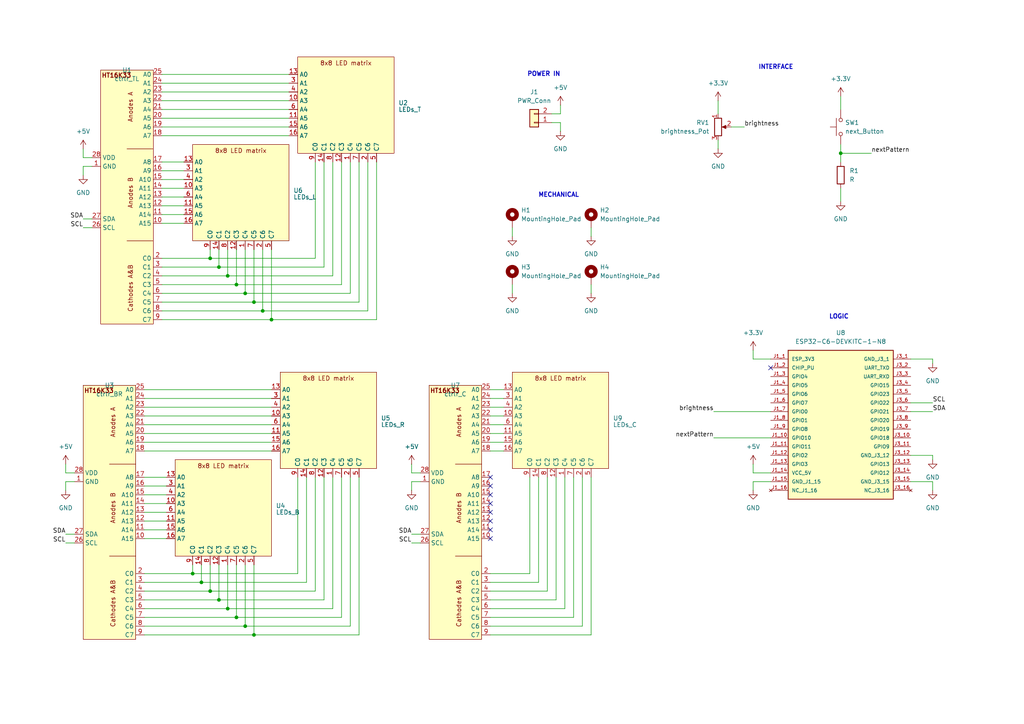
<source format=kicad_sch>
(kicad_sch (version 20250114) (generator "eeschema") (generator_version "9.0")
  (paper "A4")
  (title_block (title "Pharmacy Cross"))
  (lib_symbols
    (symbol "Connector_Generic:Conn_01x02" (pin_names (offset 1.016) (hide yes))
      (property "Reference" "J" (at 0 2.54 0))
      (property "Value" "Conn_01x02" (at 0 -5.08 0))
      (symbol "Conn_01x02_1_1"
        (rectangle (start -1.27 1.27) (end 1.27 -3.81) (stroke (width 0.254)) (fill (type background)))
        (rectangle (start -1.27 0.127) (end 0 -0.127) (stroke (width 0.1524)))
        (rectangle (start -1.27 -2.413) (end 0 -2.667) (stroke (width 0.1524)))
        (pin passive line (at -5.08 0 0) (length 3.81) (name "Pin_1") (number "1"))
        (pin passive line (at -5.08 -2.54 0) (length 3.81) (name "Pin_2") (number "2"))
      )
    )
    (symbol "Device:R" (pin_numbers (hide yes)) (pin_names (offset 0))
      (property "Reference" "R" (at 2.032 0 90))
      (property "Value" "R" (at 0 0 90))
      (symbol "R_0_1"
        (rectangle (start -1.016 -2.54) (end 1.016 2.54) (stroke (width 0.254)))
      )
      (symbol "R_1_1"
        (pin passive line (at 0 3.81 270) (length 1.27) (name "~") (number "1"))
        (pin passive line (at 0 -3.81 90) (length 1.27) (name "~") (number "2"))
      )
    )
    (symbol "Device:R_Potentiometer" (pin_names (offset 1.016) (hide yes))
      (property "Reference" "RV" (at -4.445 0 90))
      (property "Value" "R_Potentiometer" (at -2.54 0 90))
      (symbol "R_Potentiometer_0_1"
        (rectangle (start 1.016 2.54) (end -1.016 -2.54) (stroke (width 0.254)))
        (polyline (pts (xy 1.143 0) (xy 2.286 0.508) (xy 2.286 -0.508) (xy 1.143 0)) (fill (type outline)))
        (polyline (pts (xy 2.54 0) (xy 1.524 0)))
      )
      (symbol "R_Potentiometer_1_1"
        (pin passive line (at 0 3.81 270) (length 1.27) (name "1") (number "1"))
        (pin passive line (at 0 -3.81 90) (length 1.27) (name "3") (number "3"))
        (pin passive line (at 3.81 0 180) (length 1.27) (name "2") (number "2"))
      )
    )
    (symbol "ESP32-C6-DEVKITC-1-N8:ESP32-C6-DEVKITC-1-N8" (pin_names (offset 1.016))
      (property "Reference" "U" (at -15.24 23.622 0))
      (property "Value" "ESP32-C6-DEVKITC-1-N8" (at -15.24 -22.86 0))
      (symbol "ESP32-C6-DEVKITC-1-N8_0_0"
        (rectangle (start -15.24 -20.32) (end 15.24 22.86) (stroke (width 0.254)) (fill (type background)))
        (pin power_in line (at -20.32 20.32 0) (length 5.08) (name "ESP_3V3") (number "J1_1"))
        (pin input line (at -20.32 17.78 0) (length 5.08) (name "CHIP_PU") (number "J1_2"))
        (pin bidirectional line (at -20.32 15.24 0) (length 5.08) (name "GPIO4") (number "J1_3"))
        (pin bidirectional line (at -20.32 12.7 0) (length 5.08) (name "GPIO5") (number "J1_4"))
        (pin bidirectional line (at -20.32 10.16 0) (length 5.08) (name "GPIO6") (number "J1_5"))
        (pin bidirectional line (at -20.32 7.62 0) (length 5.08) (name "GPIO7") (number "J1_6"))
        (pin bidirectional line (at -20.32 5.08 0) (length 5.08) (name "GPIO0") (number "J1_7"))
        (pin bidirectional line (at -20.32 2.54 0) (length 5.08) (name "GPIO1") (number "J1_8"))
        (pin bidirectional line (at -20.32 0 0) (length 5.08) (name "GPIO8") (number "J1_9"))
        (pin bidirectional line (at -20.32 -2.54 0) (length 5.08) (name "GPIO10") (number "J1_10"))
        (pin bidirectional line (at -20.32 -5.08 0) (length 5.08) (name "GPIO11") (number "J1_11"))
        (pin bidirectional line (at -20.32 -7.62 0) (length 5.08) (name "GPIO2") (number "J1_12"))
        (pin bidirectional line (at -20.32 -10.16 0) (length 5.08) (name "GPIO3") (number "J1_13"))
        (pin power_in line (at -20.32 -12.7 0) (length 5.08) (name "VCC_5V") (number "J1_14"))
        (pin power_in line (at -20.32 -15.24 0) (length 5.08) (name "GND_J1_15") (number "J1_15"))
        (pin no_connect line (at -20.32 -17.78 0) (length 5.08) (name "NC_J1_16") (number "J1_16"))
        (pin power_in line (at 20.32 20.32 180) (length 5.08) (name "GND_J3_1") (number "J3_1"))
        (pin bidirectional line (at 20.32 17.78 180) (length 5.08) (name "UART_TXD") (number "J3_2"))
        (pin bidirectional line (at 20.32 15.24 180) (length 5.08) (name "UART_RXD") (number "J3_3"))
        (pin bidirectional line (at 20.32 12.7 180) (length 5.08) (name "GPIO15") (number "J3_4"))
        (pin bidirectional line (at 20.32 10.16 180) (length 5.08) (name "GPIO23") (number "J3_5"))
        (pin bidirectional line (at 20.32 7.62 180) (length 5.08) (name "GPIO22") (number "J3_6"))
        (pin bidirectional line (at 20.32 5.08 180) (length 5.08) (name "GPIO21") (number "J3_7"))
        (pin bidirectional line (at 20.32 2.54 180) (length 5.08) (name "GPIO20") (number "J3_8"))
        (pin bidirectional line (at 20.32 0 180) (length 5.08) (name "GPIO19") (number "J3_9"))
        (pin bidirectional line (at 20.32 -2.54 180) (length 5.08) (name "GPIO18") (number "J3_10"))
        (pin bidirectional line (at 20.32 -5.08 180) (length 5.08) (name "GPIO9") (number "J3_11"))
        (pin power_in line (at 20.32 -7.62 180) (length 5.08) (name "GND_J3_12") (number "J3_12"))
        (pin bidirectional line (at 20.32 -10.16 180) (length 5.08) (name "GPIO13") (number "J3_13"))
        (pin bidirectional line (at 20.32 -12.7 180) (length 5.08) (name "GPIO12") (number "J3_14"))
        (pin power_in line (at 20.32 -15.24 180) (length 5.08) (name "GND_J3_15") (number "J3_15"))
        (pin no_connect line (at 20.32 -17.78 180) (length 5.08) (name "NC_J3_16") (number "J3_16"))
      )
    )
    (symbol "HT16K33_1"
      (property "Reference" "U" (at 0 41.402 0))
      (symbol "HT16K33_1_0_1"
        (rectangle (start -7.62 36.83) (end 7.62 -36.83) (fill (type background)))
        (polyline (pts (xy 7.62 13.97) (xy 0 13.97)))
        (polyline (pts (xy 7.62 -12.7) (xy 0 -12.7)))
      )
      (symbol "HT16K33_1_1_1"
        (text "HT16K33" (at -3.048 35.306 0) (effects (font (size 1.27 1.27) (thickness 0.254) (bold yes))))
        (text "Anodes A" (at 1.016 26.162 900) (effects (font (size 1.27 1.27))))
        (text "Anodes B" (at 1.016 1.27 900) (effects (font (size 1.27 1.27))))
        (text "Cathodes A&B" (at 1.016 -26.416 900) (effects (font (size 1.27 1.27))))
        (pin input line (at -10.16 11.43 0) (length 2.54) (name "VDD") (number "28"))
        (pin input line (at -10.16 8.89 0) (length 2.54) (name "GND") (number "1"))
        (pin input line (at -10.16 -6.35 0) (length 2.54) (name "SDA") (number "27"))
        (pin input line (at -10.16 -8.89 0) (length 2.54) (name "SCL") (number "26"))
        (pin output line (at 10.16 35.56 180) (length 2.54) (name "A0") (number "25"))
        (pin output line (at 10.16 33.02 180) (length 2.54) (name "A1") (number "24"))
        (pin output line (at 10.16 30.48 180) (length 2.54) (name "A2") (number "23"))
        (pin output line (at 10.16 27.94 180) (length 2.54) (name "A3") (number "22"))
        (pin output line (at 10.16 25.4 180) (length 2.54) (name "A4") (number "21"))
        (pin output line (at 10.16 22.86 180) (length 2.54) (name "A5") (number "20"))
        (pin output line (at 10.16 20.32 180) (length 2.54) (name "A6") (number "19"))
        (pin output line (at 10.16 17.78 180) (length 2.54) (name "A7") (number "18"))
        (pin output line (at 10.16 10.16 180) (length 2.54) (name "A8") (number "17"))
        (pin output line (at 10.16 7.62 180) (length 2.54) (name "A9") (number "16"))
        (pin output line (at 10.16 5.08 180) (length 2.54) (name "A10") (number "15"))
        (pin output line (at 10.16 2.54 180) (length 2.54) (name "A11") (number "14"))
        (pin output line (at 10.16 0 180) (length 2.54) (name "A12") (number "13"))
        (pin output line (at 10.16 -2.54 180) (length 2.54) (name "A13") (number "12"))
        (pin output line (at 10.16 -5.08 180) (length 2.54) (name "A14") (number "11"))
        (pin output line (at 10.16 -7.62 180) (length 2.54) (name "A15") (number "10"))
        (pin output line (at 10.16 -17.78 180) (length 2.54) (name "C0") (number "2"))
        (pin output line (at 10.16 -20.32 180) (length 2.54) (name "C1") (number "3"))
        (pin output line (at 10.16 -22.86 180) (length 2.54) (name "C2") (number "4"))
        (pin output line (at 10.16 -25.4 180) (length 2.54) (name "C3") (number "5"))
        (pin output line (at 10.16 -27.94 180) (length 2.54) (name "C4") (number "6"))
        (pin output line (at 10.16 -30.48 180) (length 2.54) (name "C5") (number "7"))
        (pin output line (at 10.16 -33.02 180) (length 2.54) (name "C6") (number "8"))
        (pin output line (at 10.16 -35.56 180) (length 2.54) (name "C7") (number "9"))
      )
    )
    (symbol "Mechanical:MountingHole_Pad" (pin_numbers (hide yes)) (pin_names (offset 1.016) (hide yes)) (in_bom no)
      (property "Reference" "H" (at 0 6.35 0))
      (property "Value" "MountingHole_Pad" (at 0 4.445 0))
      (symbol "MountingHole_Pad_0_1"
        (circle (center 0 1.27) (radius 1.27) (stroke (width 1.27)))
      )
      (symbol "MountingHole_Pad_1_1"
        (pin input line (at 0 -2.54 90) (length 2.54) (name "1") (number "1"))
      )
    )
    (symbol "Switch:SW_Push" (pin_numbers (hide yes)) (pin_names (offset 1.016) (hide yes))
      (property "Reference" "SW" (at 1.27 2.54 0))
      (property "Value" "SW_Push" (at 0 -1.524 0))
      (symbol "SW_Push_0_1"
        (circle (center -2.032 0) (radius 0.508))
        (polyline (pts (xy 0 1.27) (xy 0 3.048)))
        (circle (center 2.032 0) (radius 0.508))
        (polyline (pts (xy 2.54 1.27) (xy -2.54 1.27)))
        (pin passive line (at -5.08 0 0) (length 2.54) (name "1") (number "1"))
        (pin passive line (at 5.08 0 180) (length 2.54) (name "2") (number "2"))
      )
    )
    (symbol "parts_library:HT16K33"
      (property "Reference" "U" (at -4.064 32.512 0))
      (symbol "HT16K33_0_1"
        (rectangle (start -7.62 36.83) (end 7.62 -36.83) (fill (type background)))
        (polyline (pts (xy 7.62 13.97) (xy 0 13.97)))
        (polyline (pts (xy 7.62 -12.7) (xy 0 -12.7)))
      )
      (symbol "HT16K33_1_1"
        (text "HT16K33" (at -3.048 35.306 0) (effects (font (size 1.27 1.27) (thickness 0.254) (bold yes))))
        (text "Anodes A" (at 1.016 26.162 900) (effects (font (size 1.27 1.27))))
        (text "Anodes B" (at 1.016 1.27 900) (effects (font (size 1.27 1.27))))
        (text "Cathodes A&B" (at 1.016 -26.416 900) (effects (font (size 1.27 1.27))))
        (pin input line (at -10.16 11.43 0) (length 2.54) (name "VDD") (number "28"))
        (pin input line (at -10.16 8.89 0) (length 2.54) (name "GND") (number "1"))
        (pin input line (at -10.16 -6.35 0) (length 2.54) (name "SDA") (number "27"))
        (pin input line (at -10.16 -8.89 0) (length 2.54) (name "SCL") (number "26"))
        (pin output line (at 10.16 35.56 180) (length 2.54) (name "A0") (number "25"))
        (pin output line (at 10.16 33.02 180) (length 2.54) (name "A1") (number "24"))
        (pin output line (at 10.16 30.48 180) (length 2.54) (name "A2") (number "23"))
        (pin output line (at 10.16 27.94 180) (length 2.54) (name "A3") (number "22"))
        (pin output line (at 10.16 25.4 180) (length 2.54) (name "A4") (number "21"))
        (pin output line (at 10.16 22.86 180) (length 2.54) (name "A5") (number "20"))
        (pin output line (at 10.16 20.32 180) (length 2.54) (name "A6") (number "19"))
        (pin output line (at 10.16 17.78 180) (length 2.54) (name "A7") (number "18"))
        (pin output line (at 10.16 10.16 180) (length 2.54) (name "A8") (number "17"))
        (pin output line (at 10.16 7.62 180) (length 2.54) (name "A9") (number "16"))
        (pin output line (at 10.16 5.08 180) (length 2.54) (name "A10") (number "15"))
        (pin output line (at 10.16 2.54 180) (length 2.54) (name "A11") (number "14"))
        (pin output line (at 10.16 0 180) (length 2.54) (name "A12") (number "13"))
        (pin output line (at 10.16 -2.54 180) (length 2.54) (name "A13") (number "12"))
        (pin output line (at 10.16 -5.08 180) (length 2.54) (name "A14") (number "11"))
        (pin output line (at 10.16 -7.62 180) (length 2.54) (name "A15") (number "10"))
        (pin output line (at 10.16 -17.78 180) (length 2.54) (name "C0") (number "2"))
        (pin output line (at 10.16 -20.32 180) (length 2.54) (name "C1") (number "3"))
        (pin output line (at 10.16 -22.86 180) (length 2.54) (name "C2") (number "4"))
        (pin output line (at 10.16 -25.4 180) (length 2.54) (name "C3") (number "5"))
        (pin output line (at 10.16 -27.94 180) (length 2.54) (name "C4") (number "6"))
        (pin output line (at 10.16 -30.48 180) (length 2.54) (name "C5") (number "7"))
        (pin output line (at 10.16 -33.02 180) (length 2.54) (name "C6") (number "8"))
        (pin output line (at 10.16 -35.56 180) (length 2.54) (name "C7") (number "9"))
      )
    )
    (symbol "parts_library:KWM-30881APGB"
      (property "Reference" "U" (at 0 0 0))
      (symbol "KWM-30881APGB_0_1"
        (rectangle (start -13.97 13.97) (end 13.97 -13.97) (fill (type background)))
      )
      (symbol "KWM-30881APGB_1_1"
        (text "8x8 LED matrix" (at 0 12.192 0) (effects (font (size 1.27 1.27))))
        (pin input line (at -16.51 8.89 0) (length 2.54) (name "A0") (number "13"))
        (pin input line (at -16.51 6.35 0) (length 2.54) (name "A1") (number "3"))
        (pin input line (at -16.51 3.81 0) (length 2.54) (name "A2") (number "4"))
        (pin input line (at -16.51 1.27 0) (length 2.54) (name "A3") (number "10"))
        (pin input line (at -16.51 -1.27 0) (length 2.54) (name "A4") (number "6"))
        (pin input line (at -16.51 -3.81 0) (length 2.54) (name "A5") (number "11"))
        (pin input line (at -16.51 -6.35 0) (length 2.54) (name "A6") (number "15"))
        (pin input line (at -16.51 -8.89 0) (length 2.54) (name "A7") (number "16"))
        (pin input line (at -8.89 -16.51 90) (length 2.54) (name "C0") (number "9"))
        (pin input line (at -6.35 -16.51 90) (length 2.54) (name "C1") (number "14"))
        (pin input line (at -3.81 -16.51 90) (length 2.54) (name "C2") (number "8"))
        (pin input line (at -1.27 -16.51 90) (length 2.54) (name "C3") (number "12"))
        (pin input line (at 1.27 -16.51 90) (length 2.54) (name "C4") (number "1"))
        (pin input line (at 3.81 -16.51 90) (length 2.54) (name "C5") (number "7"))
        (pin input line (at 6.35 -16.51 90) (length 2.54) (name "C6") (number "2"))
        (pin input line (at 8.89 -16.51 90) (length 2.54) (name "C7") (number "5"))
      )
    )
    (symbol "power:+3.3V" (power) (pin_numbers (hide yes)) (pin_names (offset 0) (hide yes))
      (property "Value" "+3.3V" (at 0 3.556 0))
      (symbol "+3.3V_0_1"
        (polyline (pts (xy -0.762 1.27) (xy 0 2.54)))
        (polyline (pts (xy 0 2.54) (xy 0.762 1.27)))
        (polyline (pts (xy 0 0) (xy 0 2.54)))
      )
      (symbol "+3.3V_1_1"
        (pin power_in line (at 0 0 90) (length 0) (name "~") (number "1"))
      )
    )
    (symbol "power:+5V" (power) (pin_numbers (hide yes)) (pin_names (offset 0) (hide yes))
      (property "Value" "+5V" (at 0 3.556 0))
      (symbol "+5V_0_1"
        (polyline (pts (xy -0.762 1.27) (xy 0 2.54)))
        (polyline (pts (xy 0 2.54) (xy 0.762 1.27)))
        (polyline (pts (xy 0 0) (xy 0 2.54)))
      )
      (symbol "+5V_1_1"
        (pin power_in line (at 0 0 90) (length 0) (name "~") (number "1"))
      )
    )
    (symbol "power:GND" (power) (pin_numbers (hide yes)) (pin_names (offset 0) (hide yes))
      (property "Value" "GND" (at 0 -3.81 0))
      (symbol "GND_0_1"
        (polyline (pts (xy 0 0) (xy 0 -1.27) (xy 1.27 -1.27) (xy 0 -2.54) (xy -1.27 -1.27) (xy 0 -1.27)))
      )
      (symbol "GND_1_1"
        (pin power_in line (at 0 0 270) (length 0) (name "~") (number "1"))
      )
    )
  )
  (text "LOGIC" (at 243.332 91.948 0) (effects (font (size 1.27 1.27) (thickness 0.254) (bold yes))))
  (text "POWER IN" (at 157.734 21.59 0) (effects (font (size 1.27 1.27) (thickness 0.254) (bold yes))))
  (text "INTERFACE" (at 225.044 19.558 0) (effects (font (size 1.27 1.27) (thickness 0.254) (bold yes))))
  (text "MECHANICAL" (at 162.052 56.642 0) (effects (font (size 1.27 1.27) (thickness 0.254) (bold yes))))
  (junction (at 73.66 184.15))
  (junction (at 68.58 82.55))
  (junction (at 73.66 87.63))
  (junction (at 60.96 74.93))
  (junction (at 71.12 85.09))
  (junction (at 71.12 181.61))
  (junction (at 63.5 77.47))
  (junction (at 243.84 44.45))
  (junction (at 76.2 90.17))
  (junction (at 66.04 176.53))
  (junction (at 68.58 179.07))
  (junction (at 66.04 80.01))
  (junction (at 78.74 92.71))
  (junction (at 63.5 173.99))
  (junction (at 60.96 171.45))
  (junction (at 55.88 166.37))
  (junction (at 58.42 168.91))
  (no_connect (at 142.24 140.97))
  (no_connect (at 223.52 106.68))
  (no_connect (at 142.24 153.67))
  (no_connect (at 142.24 156.21))
  (no_connect (at 142.24 143.51))
  (no_connect (at 142.24 151.13))
  (no_connect (at 142.24 146.05))
  (no_connect (at 142.24 148.59))
  (no_connect (at 142.24 138.43))
  (wire (pts (xy 119.38 154.94) (xy 121.92 154.94)))
  (wire (pts (xy 146.05 123.19) (xy 142.24 123.19)))
  (wire (pts (xy 48.26 138.43) (xy 41.91 138.43)))
  (wire (pts (xy 73.66 87.63) (xy 73.66 72.39)))
  (wire (pts (xy 53.34 64.77) (xy 46.99 64.77)))
  (wire (pts (xy 53.34 52.07) (xy 46.99 52.07)))
  (wire (pts (xy 46.99 87.63) (xy 73.66 87.63)))
  (wire (pts (xy 104.14 184.15) (xy 73.66 184.15)))
  (wire (pts (xy 41.91 171.45) (xy 60.96 171.45)))
  (wire (pts (xy 270.51 142.24) (xy 270.51 139.7)))
  (wire (pts (xy 99.06 82.55) (xy 68.58 82.55)))
  (wire (pts (xy 24.13 48.26) (xy 26.67 48.26)))
  (wire (pts (xy 41.91 168.91) (xy 58.42 168.91)))
  (wire (pts (xy 93.98 77.47) (xy 63.5 77.47)))
  (wire (pts (xy 171.45 138.43) (xy 171.45 184.15)))
  (wire (pts (xy 106.68 90.17) (xy 76.2 90.17)))
  (wire (pts (xy 119.38 137.16) (xy 121.92 137.16)))
  (wire (pts (xy 53.34 49.53) (xy 46.99 49.53)))
  (wire (pts (xy 119.38 157.48) (xy 121.92 157.48)))
  (wire (pts (xy 218.44 139.7) (xy 223.52 139.7)))
  (wire (pts (xy 156.21 138.43) (xy 156.21 168.91)))
  (wire (pts (xy 142.24 171.45) (xy 158.75 171.45)))
  (wire (pts (xy 96.52 138.43) (xy 96.52 176.53)))
  (wire (pts (xy 93.98 138.43) (xy 93.98 173.99)))
  (wire (pts (xy 109.22 46.99) (xy 109.22 92.71)))
  (wire (pts (xy 148.59 85.09) (xy 148.59 82.55)))
  (wire (pts (xy 146.05 120.65) (xy 142.24 120.65)))
  (wire (pts (xy 83.82 34.29) (xy 46.99 34.29)))
  (wire (pts (xy 243.84 44.45) (xy 252.73 44.45)))
  (wire (pts (xy 78.74 115.57) (xy 41.91 115.57)))
  (wire (pts (xy 63.5 173.99) (xy 63.5 163.83)))
  (wire (pts (xy 78.74 118.11) (xy 41.91 118.11)))
  (wire (pts (xy 162.56 30.48) (xy 162.56 33.02)))
  (wire (pts (xy 78.74 123.19) (xy 41.91 123.19)))
  (wire (pts (xy 142.24 176.53) (xy 163.83 176.53)))
  (wire (pts (xy 41.91 184.15) (xy 73.66 184.15)))
  (wire (pts (xy 58.42 168.91) (xy 58.42 163.83)))
  (wire (pts (xy 71.12 181.61) (xy 71.12 163.83)))
  (wire (pts (xy 41.91 166.37) (xy 55.88 166.37)))
  (wire (pts (xy 48.26 151.13) (xy 41.91 151.13)))
  (wire (pts (xy 161.29 138.43) (xy 161.29 173.99)))
  (wire (pts (xy 83.82 36.83) (xy 46.99 36.83)))
  (wire (pts (xy 93.98 46.99) (xy 93.98 77.47)))
  (wire (pts (xy 270.51 132.08) (xy 270.51 133.35)))
  (wire (pts (xy 166.37 138.43) (xy 166.37 179.07)))
  (wire (pts (xy 46.99 80.01) (xy 66.04 80.01)))
  (wire (pts (xy 101.6 46.99) (xy 101.6 85.09)))
  (wire (pts (xy 146.05 130.81) (xy 142.24 130.81)))
  (wire (pts (xy 24.13 45.72) (xy 26.67 45.72)))
  (wire (pts (xy 83.82 24.13) (xy 46.99 24.13)))
  (wire (pts (xy 146.05 118.11) (xy 142.24 118.11)))
  (wire (pts (xy 91.44 171.45) (xy 60.96 171.45)))
  (wire (pts (xy 78.74 125.73) (xy 41.91 125.73)))
  (wire (pts (xy 146.05 115.57) (xy 142.24 115.57)))
  (wire (pts (xy 86.36 166.37) (xy 55.88 166.37)))
  (wire (pts (xy 146.05 128.27) (xy 142.24 128.27)))
  (wire (pts (xy 223.52 137.16) (xy 218.44 137.16)))
  (wire (pts (xy 19.05 137.16) (xy 21.59 137.16)))
  (wire (pts (xy 46.99 74.93) (xy 60.96 74.93)))
  (wire (pts (xy 66.04 80.01) (xy 66.04 72.39)))
  (wire (pts (xy 53.34 54.61) (xy 46.99 54.61)))
  (wire (pts (xy 163.83 138.43) (xy 163.83 176.53)))
  (wire (pts (xy 264.16 132.08) (xy 270.51 132.08)))
  (wire (pts (xy 93.98 173.99) (xy 63.5 173.99)))
  (wire (pts (xy 78.74 120.65) (xy 41.91 120.65)))
  (wire (pts (xy 207.01 127) (xy 223.52 127)))
  (wire (pts (xy 91.44 74.93) (xy 60.96 74.93)))
  (wire (pts (xy 104.14 138.43) (xy 104.14 184.15)))
  (wire (pts (xy 243.84 27.94) (xy 243.84 31.75)))
  (wire (pts (xy 88.9 138.43) (xy 88.9 168.91)))
  (wire (pts (xy 243.84 41.91) (xy 243.84 44.45)))
  (wire (pts (xy 53.34 57.15) (xy 46.99 57.15)))
  (wire (pts (xy 218.44 104.14) (xy 218.44 101.6)))
  (wire (pts (xy 106.68 46.99) (xy 106.68 90.17)))
  (wire (pts (xy 171.45 85.09) (xy 171.45 82.55)))
  (wire (pts (xy 46.99 85.09) (xy 71.12 85.09)))
  (wire (pts (xy 101.6 85.09) (xy 71.12 85.09)))
  (wire (pts (xy 218.44 137.16) (xy 218.44 134.62)))
  (wire (pts (xy 208.28 40.64) (xy 208.28 43.18)))
  (wire (pts (xy 46.99 82.55) (xy 68.58 82.55)))
  (wire (pts (xy 223.52 119.38) (xy 207.01 119.38)))
  (wire (pts (xy 142.24 166.37) (xy 153.67 166.37)))
  (wire (pts (xy 66.04 176.53) (xy 66.04 163.83)))
  (wire (pts (xy 83.82 26.67) (xy 46.99 26.67)))
  (wire (pts (xy 101.6 181.61) (xy 71.12 181.61)))
  (wire (pts (xy 218.44 142.24) (xy 218.44 139.7)))
  (wire (pts (xy 104.14 87.63) (xy 73.66 87.63)))
  (wire (pts (xy 55.88 166.37) (xy 55.88 163.83)))
  (wire (pts (xy 24.13 66.04) (xy 26.67 66.04)))
  (wire (pts (xy 101.6 138.43) (xy 101.6 181.61)))
  (wire (pts (xy 41.91 176.53) (xy 66.04 176.53)))
  (wire (pts (xy 168.91 138.43) (xy 168.91 181.61)))
  (wire (pts (xy 24.13 43.18) (xy 24.13 45.72)))
  (wire (pts (xy 46.99 77.47) (xy 63.5 77.47)))
  (wire (pts (xy 41.91 181.61) (xy 71.12 181.61)))
  (wire (pts (xy 19.05 154.94) (xy 21.59 154.94)))
  (wire (pts (xy 48.26 148.59) (xy 41.91 148.59)))
  (wire (pts (xy 158.75 138.43) (xy 158.75 171.45)))
  (wire (pts (xy 142.24 181.61) (xy 168.91 181.61)))
  (wire (pts (xy 243.84 54.61) (xy 243.84 58.42)))
  (wire (pts (xy 91.44 46.99) (xy 91.44 74.93)))
  (wire (pts (xy 88.9 168.91) (xy 58.42 168.91)))
  (wire (pts (xy 270.51 104.14) (xy 270.51 105.41)))
  (wire (pts (xy 223.52 104.14) (xy 218.44 104.14)))
  (wire (pts (xy 83.82 29.21) (xy 46.99 29.21)))
  (wire (pts (xy 19.05 134.62) (xy 19.05 137.16)))
  (wire (pts (xy 142.24 173.99) (xy 161.29 173.99)))
  (wire (pts (xy 142.24 184.15) (xy 171.45 184.15)))
  (wire (pts (xy 48.26 143.51) (xy 41.91 143.51)))
  (wire (pts (xy 83.82 21.59) (xy 46.99 21.59)))
  (wire (pts (xy 19.05 157.48) (xy 21.59 157.48)))
  (wire (pts (xy 24.13 50.8) (xy 24.13 48.26)))
  (wire (pts (xy 46.99 92.71) (xy 78.74 92.71)))
  (wire (pts (xy 146.05 125.73) (xy 142.24 125.73)))
  (wire (pts (xy 86.36 138.43) (xy 86.36 166.37)))
  (wire (pts (xy 48.26 156.21) (xy 41.91 156.21)))
  (wire (pts (xy 71.12 85.09) (xy 71.12 72.39)))
  (wire (pts (xy 48.26 140.97) (xy 41.91 140.97)))
  (wire (pts (xy 162.56 33.02) (xy 160.02 33.02)))
  (wire (pts (xy 91.44 138.43) (xy 91.44 171.45)))
  (wire (pts (xy 96.52 46.99) (xy 96.52 80.01)))
  (wire (pts (xy 24.13 63.5) (xy 26.67 63.5)))
  (wire (pts (xy 83.82 31.75) (xy 46.99 31.75)))
  (wire (pts (xy 78.74 130.81) (xy 41.91 130.81)))
  (wire (pts (xy 53.34 59.69) (xy 46.99 59.69)))
  (wire (pts (xy 41.91 173.99) (xy 63.5 173.99)))
  (wire (pts (xy 78.74 128.27) (xy 41.91 128.27)))
  (wire (pts (xy 78.74 113.03) (xy 41.91 113.03)))
  (wire (pts (xy 78.74 92.71) (xy 78.74 72.39)))
  (wire (pts (xy 104.14 46.99) (xy 104.14 87.63)))
  (wire (pts (xy 243.84 44.45) (xy 243.84 46.99)))
  (wire (pts (xy 119.38 142.24) (xy 119.38 139.7)))
  (wire (pts (xy 264.16 119.38) (xy 270.51 119.38)))
  (wire (pts (xy 48.26 146.05) (xy 41.91 146.05)))
  (wire (pts (xy 148.59 68.58) (xy 148.59 66.04)))
  (wire (pts (xy 96.52 80.01) (xy 66.04 80.01)))
  (wire (pts (xy 53.34 62.23) (xy 46.99 62.23)))
  (wire (pts (xy 153.67 138.43) (xy 153.67 166.37)))
  (wire (pts (xy 171.45 68.58) (xy 171.45 66.04)))
  (wire (pts (xy 99.06 46.99) (xy 99.06 82.55)))
  (wire (pts (xy 162.56 35.56) (xy 162.56 38.1)))
  (wire (pts (xy 109.22 92.71) (xy 78.74 92.71)))
  (wire (pts (xy 46.99 90.17) (xy 76.2 90.17)))
  (wire (pts (xy 96.52 176.53) (xy 66.04 176.53)))
  (wire (pts (xy 73.66 184.15) (xy 73.66 163.83)))
  (wire (pts (xy 208.28 29.21) (xy 208.28 33.02)))
  (wire (pts (xy 99.06 138.43) (xy 99.06 179.07)))
  (wire (pts (xy 264.16 116.84) (xy 270.51 116.84)))
  (wire (pts (xy 99.06 179.07) (xy 68.58 179.07)))
  (wire (pts (xy 76.2 90.17) (xy 76.2 72.39)))
  (wire (pts (xy 60.96 171.45) (xy 60.96 163.83)))
  (wire (pts (xy 41.91 179.07) (xy 68.58 179.07)))
  (wire (pts (xy 212.09 36.83) (xy 215.9 36.83)))
  (wire (pts (xy 68.58 82.55) (xy 68.58 72.39)))
  (wire (pts (xy 19.05 142.24) (xy 19.05 139.7)))
  (wire (pts (xy 63.5 77.47) (xy 63.5 72.39)))
  (wire (pts (xy 119.38 134.62) (xy 119.38 137.16)))
  (wire (pts (xy 19.05 139.7) (xy 21.59 139.7)))
  (wire (pts (xy 142.24 168.91) (xy 156.21 168.91)))
  (wire (pts (xy 264.16 139.7) (xy 270.51 139.7)))
  (wire (pts (xy 146.05 113.03) (xy 142.24 113.03)))
  (wire (pts (xy 264.16 104.14) (xy 270.51 104.14)))
  (wire (pts (xy 160.02 35.56) (xy 162.56 35.56)))
  (wire (pts (xy 60.96 74.93) (xy 60.96 72.39)))
  (wire (pts (xy 83.82 39.37) (xy 46.99 39.37)))
  (wire (pts (xy 53.34 46.99) (xy 46.99 46.99)))
  (wire (pts (xy 142.24 179.07) (xy 166.37 179.07)))
  (wire (pts (xy 68.58 179.07) (xy 68.58 163.83)))
  (wire (pts (xy 119.38 139.7) (xy 121.92 139.7)))
  (wire (pts (xy 48.26 153.67) (xy 41.91 153.67)))
  (label "SDA" (at 24.13 63.5 180))
  (label "SDA" (at 19.05 154.94 180))
  (label "SCL" (at 19.05 157.48 180))
  (label "SDA" (at 119.38 154.94 180))
  (label "brightness" (at 207.01 119.38 180))
  (label "SDA" (at 270.51 119.38 0))
  (label "SCL" (at 119.38 157.48 180))
  (label "SCL" (at 24.13 66.04 180))
  (label "nextPattern" (at 252.73 44.45 0))
  (label "brightness" (at 215.9 36.83 0))
  (label "SCL" (at 270.51 116.84 0))
  (label "nextPattern" (at 207.01 127 180))
  (symbol (lib_id "parts_library:KWM-30881APGB") (at 69.85 55.88 0) (unit 1)
    (property "Reference" "U6" (at 85.09 55.2449 0) (effects (justify left)))
    (property "Value" "LEDs_L" (at 85.09 57.15 0) (effects (justify left)))
    (property "Footprint" "lib_pharmacy:KWM-30881" (effects (hide yes)))
  )
  (symbol (lib_id "power:GND") (at 171.45 68.58 0) (unit 1)
    (property "Reference" "#PWR020" (effects (hide yes)))
    (property "Value" "GND" (at 171.45 73.66 0))
    (property "Description" "Power symbol creates a global label with name \"GND\" , ground" (effects (hide yes)))
  )
  (symbol (lib_id "power:+5V") (at 24.13 43.18 0) (unit 1)
    (property "Reference" "#PWR04" (effects (hide yes)))
    (property "Value" "+5V" (at 24.13 38.1 0))
    (property "Description" "Power symbol creates a global label with name \"+5V\"" (effects (hide yes)))
  )
  (symbol (lib_id "power:GND") (at 270.51 133.35 0) (unit 1)
    (property "Reference" "#PWR011" (effects (hide yes)))
    (property "Value" "GND" (at 270.51 138.43 0))
    (property "Description" "Power symbol creates a global label with name \"GND\" , ground" (effects (hide yes)))
  )
  (symbol (lib_id "power:GND") (at 19.05 142.24 0) (unit 1)
    (property "Reference" "#PWR06" (effects (hide yes)))
    (property "Value" "GND" (at 19.05 147.32 0))
    (property "Description" "Power symbol creates a global label with name \"GND\" , ground" (effects (hide yes)))
  )
  (symbol (lib_id "power:+3.3V") (at 208.28 29.21 0) (unit 1)
    (property "Reference" "#PWR016" (effects (hide yes)))
    (property "Value" "+3.3V" (at 208.28 24.13 0))
    (property "Description" "Power symbol creates a global label with name \"+3.3V\"" (effects (hide yes)))
  )
  (symbol (lib_id "Mechanical:MountingHole_Pad") (at 171.45 63.5 0) (unit 1) (in_bom no)
    (property "Reference" "H2" (at 173.99 60.9599 0) (effects (justify left)))
    (property "Value" "MountingHole_Pad" (at 173.99 63.4999 0) (effects (justify left)))
    (property "Footprint" "MountingHole:MountingHole_2.7mm_M2.5_ISO7380_Pad" (effects (hide yes)))
    (property "Description" "Mounting Hole with connection" (effects (hide yes)))
  )
  (symbol (lib_id "power:+5V") (at 19.05 134.62 0) (unit 1)
    (property "Reference" "#PWR05" (effects (hide yes)))
    (property "Value" "+5V" (at 19.05 129.54 0))
    (property "Description" "Power symbol creates a global label with name \"+5V\"" (effects (hide yes)))
  )
  (symbol (lib_id "parts_library:KWM-30881APGB") (at 95.25 121.92 0) (unit 1)
    (property "Reference" "U5" (at 110.49 121.2849 0) (effects (justify left)))
    (property "Value" "LEDs_R" (at 110.49 123.19 0) (effects (justify left)))
    (property "Footprint" "lib_pharmacy:KWM-30881" (effects (hide yes)))
  )
  (symbol (lib_id "power:GND") (at 162.56 38.1 0) (unit 1)
    (property "Reference" "#PWR01" (effects (hide yes)))
    (property "Value" "GND" (at 162.56 43.18 0))
    (property "Description" "Power symbol creates a global label with name \"GND\" , ground" (effects (hide yes)))
  )
  (symbol (lib_id "power:GND") (at 218.44 142.24 0) (unit 1)
    (property "Reference" "#PWR09" (effects (hide yes)))
    (property "Value" "GND" (at 218.44 147.32 0))
    (property "Description" "Power symbol creates a global label with name \"GND\" , ground" (effects (hide yes)))
  )
  (symbol (lib_id "parts_library:HT16K33") (at 31.75 148.59 0) (unit 1)
    (property "Reference" "U3" (at 31.75 111.76 0))
    (property "Value" "ctrlr_BR" (at 31.75 114.3 0))
    (property "Footprint" "lib_pharmacy:HT16K33" (effects (hide yes)))
  )
  (symbol (lib_id "Mechanical:MountingHole_Pad") (at 148.59 80.01 0) (unit 1) (in_bom no)
    (property "Reference" "H3" (at 151.13 77.4699 0) (effects (justify left)))
    (property "Value" "MountingHole_Pad" (at 151.13 80.0099 0) (effects (justify left)))
    (property "Footprint" "MountingHole:MountingHole_2.7mm_M2.5_ISO7380_Pad" (effects (hide yes)))
    (property "Description" "Mounting Hole with connection" (effects (hide yes)))
  )
  (symbol (lib_id "Mechanical:MountingHole_Pad") (at 171.45 80.01 0) (unit 1) (in_bom no)
    (property "Reference" "H4" (at 173.99 77.4699 0) (effects (justify left)))
    (property "Value" "MountingHole_Pad" (at 173.99 80.0099 0) (effects (justify left)))
    (property "Footprint" "MountingHole:MountingHole_2.7mm_M2.5_ISO7380_Pad" (effects (hide yes)))
    (property "Description" "Mounting Hole with connection" (effects (hide yes)))
  )
  (symbol (lib_id "power:GND") (at 24.13 50.8 0) (unit 1)
    (property "Reference" "#PWR03" (effects (hide yes)))
    (property "Value" "GND" (at 24.13 55.88 0))
    (property "Description" "Power symbol creates a global label with name \"GND\" , ground" (effects (hide yes)))
  )
  (symbol (lib_id "Device:R_Potentiometer") (at 208.28 36.83 0) (unit 1)
    (property "Reference" "RV1" (at 205.74 35.5599 0) (effects (justify right)))
    (property "Value" "brightness_Pot" (at 205.74 38.0999 0) (effects (justify right)))
    (property "Description" "Potentiometer" (effects (hide yes)))
  )
  (symbol (lib_id "Switch:SW_Push") (at 243.84 36.83 90) (unit 1)
    (property "Reference" "SW1" (at 245.11 35.5599 90) (effects (justify right)))
    (property "Value" "next_Button" (at 245.11 38.0999 90) (effects (justify right)))
    (property "Description" "Push button switch, generic, two pins" (effects (hide yes)))
  )
  (symbol (lib_id "parts_library:KWM-30881APGB") (at 100.33 30.48 0) (unit 1)
    (property "Reference" "U2" (at 115.57 29.8449 0) (effects (justify left)))
    (property "Value" "LEDs_T" (at 115.57 31.75 0) (effects (justify left)))
    (property "Footprint" "lib_pharmacy:KWM-30881" (effects (hide yes)))
  )
  (symbol (lib_id "power:GND") (at 208.28 43.18 0) (unit 1)
    (property "Reference" "#PWR014" (effects (hide yes)))
    (property "Value" "GND" (at 208.28 48.26 0))
    (property "Description" "Power symbol creates a global label with name \"GND\" , ground" (effects (hide yes)))
  )
  (symbol (lib_id "power:GND") (at 171.45 85.09 0) (unit 1)
    (property "Reference" "#PWR022" (effects (hide yes)))
    (property "Value" "GND" (at 171.45 90.17 0))
    (property "Description" "Power symbol creates a global label with name \"GND\" , ground" (effects (hide yes)))
  )
  (symbol (lib_id "power:+3.3V") (at 218.44 101.6 0) (unit 1)
    (property "Reference" "#PWR015" (effects (hide yes)))
    (property "Value" "+3.3V" (at 218.44 96.52 0))
    (property "Description" "Power symbol creates a global label with name \"+3.3V\"" (effects (hide yes)))
  )
  (symbol (lib_id "power:+5V") (at 119.38 134.62 0) (unit 1)
    (property "Reference" "#PWR07" (effects (hide yes)))
    (property "Value" "+5V" (at 119.38 129.54 0))
    (property "Description" "Power symbol creates a global label with name \"+5V\"" (effects (hide yes)))
  )
  (symbol (lib_id "parts_library:HT16K33") (at 132.08 148.59 0) (unit 1)
    (property "Reference" "U7" (at 132.08 111.76 0))
    (property "Value" "ctrlr_C" (at 132.08 114.3 0))
    (property "Footprint" "lib_pharmacy:HT16K33" (effects (hide yes)))
  )
  (symbol (lib_id "Connector_Generic:Conn_01x02") (at 154.94 35.56 180) (unit 1)
    (property "Reference" "J1" (at 154.94 26.67 0))
    (property "Value" "PWR_Conn" (at 154.94 29.21 0))
    (property "Footprint" "Connector_BarrelJack:BarrelJack_Horizontal" (effects (hide yes)))
    (property "Description" "Generic connector, single row, 01x02, script generated (kicad-library-utils/schlib/autogen/connector/)" (effects (hide yes)))
  )
  (symbol (lib_id "power:GND") (at 148.59 85.09 0) (unit 1)
    (property "Reference" "#PWR021" (effects (hide yes)))
    (property "Value" "GND" (at 148.59 90.17 0))
    (property "Description" "Power symbol creates a global label with name \"GND\" , ground" (effects (hide yes)))
  )
  (symbol (lib_id "power:GND") (at 270.51 105.41 0) (unit 1)
    (property "Reference" "#PWR012" (effects (hide yes)))
    (property "Value" "GND" (at 270.51 110.49 0))
    (property "Description" "Power symbol creates a global label with name \"GND\" , ground" (effects (hide yes)))
  )
  (symbol (lib_id "power:GND") (at 119.38 142.24 0) (unit 1)
    (property "Reference" "#PWR08" (effects (hide yes)))
    (property "Value" "GND" (at 119.38 147.32 0))
    (property "Description" "Power symbol creates a global label with name \"GND\" , ground" (effects (hide yes)))
  )
  (symbol (lib_id "power:+5V") (at 218.44 134.62 0) (unit 1)
    (property "Reference" "#PWR013" (effects (hide yes)))
    (property "Value" "+5V" (at 218.44 129.54 0))
    (property "Description" "Power symbol creates a global label with name \"+5V\"" (effects (hide yes)))
  )
  (symbol (lib_id "Mechanical:MountingHole_Pad") (at 148.59 63.5 0) (unit 1) (in_bom no)
    (property "Reference" "H1" (at 151.13 60.9599 0) (effects (justify left)))
    (property "Value" "MountingHole_Pad" (at 151.13 63.4999 0) (effects (justify left)))
    (property "Footprint" "MountingHole:MountingHole_2.7mm_M2.5_ISO7380_Pad" (effects (hide yes)))
    (property "Description" "Mounting Hole with connection" (effects (hide yes)))
  )
  (symbol (lib_name "HT16K33_1") (lib_id "parts_library:HT16K33") (at 36.83 57.15 0) (unit 1)
    (property "Reference" "U1" (at 36.83 20.32 0))
    (property "Value" "ctrlr_TL" (at 36.83 22.86 0))
    (property "Footprint" "lib_pharmacy:HT16K33" (effects (hide yes)))
    (property "Datasheet" "https://www.adafruit.com/product/1427" (effects (hide yes)))
    (property "Description" "Adafruit 1427: 16x8 LED Matrix Driver - HT16K33 Breakout" (effects (hide yes)))
  )
  (symbol (lib_id "power:GND") (at 243.84 58.42 0) (unit 1)
    (property "Reference" "#PWR018" (effects (hide yes)))
    (property "Value" "GND" (at 243.84 63.5 0))
    (property "Description" "Power symbol creates a global label with name \"GND\" , ground" (effects (hide yes)))
  )
  (symbol (lib_id "ESP32-C6-DEVKITC-1-N8:ESP32-C6-DEVKITC-1-N8") (at 243.84 124.46 0) (unit 1)
    (property "Reference" "U8" (at 243.84 96.52 0))
    (property "Value" "ESP32-C6-DEVKITC-1-N8" (at 243.84 99.06 0))
    (property "Footprint" "ESP32-C6-DEVKITC-1-N8:MODULE_ESP32-C6-DEVKITC-1-N8" (effects (hide yes)))
    (property "MF" "Espressif Systems" (effects (hide yes)))
    (property "Description_1" "The ESP32-C6-DEVKITC-1-N8 from Espressif Systems is a development board designed for RF, RFID, and wireless applications. Built around the ESP32-C6-WROOM-1 module, it supports multiple connectivity options including 802.11 b/g/n/ax Wi-Fi, Bluetooth® (BLE), and 802.15.4 for Thread and Zigbee® protocols. The board is powered by the ESP32-C6 chip with 8MB SPI flash, offering advanced processing power and efficient memory management. It features GPIO ports for extensive interfacing, along with a USB Type-C™ to UART port for power and communication. The board also includes a USB-to-UART bridge, pin header, and boot/reset buttons, operating at 3.3V with a 5V to 3.3V power regulator. This development board is ideal for exploring a wide range of wireless applications, including IoT, smart home devices, and RF communication projects." (effects (hide yes)))
    (property "Package" "None" (effects (hide yes)))
    (property "Price" "None" (effects (hide yes)))
    (property "Check_prices" "https://www.snapeda.com/parts/ESP32-C6-DEVKITC-1-N8/Espressif+Systems/view-part/?ref=eda" (effects (hide yes)))
    (property "STANDARD" "Manufacturer Recommendations" (effects (hide yes)))
    (property "PARTREV" "1.3" (effects (hide yes)))
    (property "SnapEDA_Link" "https://www.snapeda.com/parts/ESP32-C6-DEVKITC-1-N8/Espressif+Systems/view-part/?ref=snap" (effects (hide yes)))
    (property "MP" "ESP32-C6-DEVKITC-1-N8" (effects (hide yes)))
    (property "Purchase-URL" "https://www.snapeda.com/api/url_track_click_mouser/?unipart_id=12616382&manufacturer=Espressif Systems&part_name=ESP32-C6-DEVKITC-1-N8&search_term=esp32-c6-devkit" (effects (hide yes)))
    (property "Availability" "In Stock" (effects (hide yes)))
    (property "MANUFACTURER" "Espressif Systems" (effects (hide yes)))
  )
  (symbol (lib_id "power:GND") (at 270.51 142.24 0) (unit 1)
    (property "Reference" "#PWR010" (effects (hide yes)))
    (property "Value" "GND" (at 270.51 147.32 0))
    (property "Description" "Power symbol creates a global label with name \"GND\" , ground" (effects (hide yes)))
  )
  (symbol (lib_id "power:+3.3V") (at 243.84 27.94 0) (unit 1)
    (property "Reference" "#PWR017" (effects (hide yes)))
    (property "Value" "+3.3V" (at 243.84 22.86 0))
    (property "Description" "Power symbol creates a global label with name \"+3.3V\"" (effects (hide yes)))
  )
  (symbol (lib_id "power:+5V") (at 162.56 30.48 0) (unit 1)
    (property "Reference" "#PWR02" (effects (hide yes)))
    (property "Value" "+5V" (at 162.56 25.4 0))
    (property "Description" "Power symbol creates a global label with name \"+5V\"" (effects (hide yes)))
  )
  (symbol (lib_id "Device:R") (at 243.84 50.8 0) (unit 1)
    (property "Reference" "R1" (at 246.38 49.5299 0) (effects (justify left)))
    (property "Value" "R" (at 246.38 52.0699 0) (effects (justify left)))
    (property "Description" "Resistor" (effects (hide yes)))
  )
  (symbol (lib_id "parts_library:KWM-30881APGB") (at 64.77 147.32 0) (unit 1)
    (property "Reference" "U4" (at 80.01 146.6849 0) (effects (justify left)))
    (property "Value" "LEDs_B" (at 80.01 148.59 0) (effects (justify left)))
    (property "Footprint" "lib_pharmacy:KWM-30881" (effects (hide yes)))
  )
  (symbol (lib_id "power:GND") (at 148.59 68.58 0) (unit 1)
    (property "Reference" "#PWR019" (effects (hide yes)))
    (property "Value" "GND" (at 148.59 73.66 0))
    (property "Description" "Power symbol creates a global label with name \"GND\" , ground" (effects (hide yes)))
  )
  (symbol (lib_id "parts_library:KWM-30881APGB") (at 162.56 121.92 0) (unit 1)
    (property "Reference" "U9" (at 177.8 121.2849 0) (effects (justify left)))
    (property "Value" "LEDs_C" (at 177.8 123.19 0) (effects (justify left)))
    (property "Footprint" "lib_pharmacy:KWM-30881" (effects (hide yes)))
  )
)
</source>
